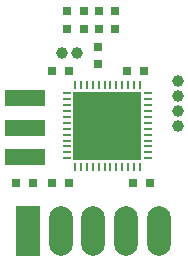
<source format=gtp>
G04 Layer_Color=8421504*
%FSLAX25Y25*%
%MOIN*%
G70*
G01*
G75*
%ADD10O,0.07874X0.16535*%
%ADD11R,0.07874X0.16535*%
%ADD12C,0.03937*%
%ADD13R,0.13386X0.05512*%
%ADD14R,0.02756X0.03150*%
%ADD15R,0.03150X0.02756*%
%ADD16R,0.22835X0.22835*%
%ADD17O,0.00984X0.02756*%
%ADD18O,0.02756X0.00984*%
%ADD19R,0.02756X0.00984*%
D10*
X54535Y9138D02*
D03*
X21819D02*
D03*
X32724D02*
D03*
X43630D02*
D03*
D11*
X10913D02*
D03*
D12*
X27319Y68618D02*
D03*
X22319D02*
D03*
X60819Y44118D02*
D03*
Y49118D02*
D03*
Y59118D02*
D03*
Y54118D02*
D03*
D13*
X9819Y33776D02*
D03*
Y43618D02*
D03*
Y53461D02*
D03*
D14*
X24063Y82618D02*
D03*
X29575D02*
D03*
X24063Y76618D02*
D03*
X29575D02*
D03*
X7063Y25118D02*
D03*
X12575D02*
D03*
X40075Y82618D02*
D03*
X34563D02*
D03*
X40075Y76618D02*
D03*
X34563D02*
D03*
X49575Y62618D02*
D03*
X44063D02*
D03*
X51575Y25118D02*
D03*
X46063D02*
D03*
X19063D02*
D03*
X24575D02*
D03*
X19063Y62618D02*
D03*
X24575D02*
D03*
D15*
X34319Y70374D02*
D03*
Y64862D02*
D03*
D16*
X37461Y44201D02*
D03*
D17*
X26634Y57784D02*
D03*
X28602D02*
D03*
X30571D02*
D03*
X32539D02*
D03*
X34508D02*
D03*
X36476D02*
D03*
X38445D02*
D03*
X40413D02*
D03*
X42382D02*
D03*
X44350D02*
D03*
X46319D02*
D03*
X48287D02*
D03*
Y30618D02*
D03*
X46319D02*
D03*
X44350D02*
D03*
X42382D02*
D03*
X40413D02*
D03*
X38445D02*
D03*
X36476D02*
D03*
X34508D02*
D03*
X32539D02*
D03*
X30571D02*
D03*
X28602D02*
D03*
X26634D02*
D03*
D18*
X51043Y55028D02*
D03*
Y53059D02*
D03*
Y51091D02*
D03*
Y49122D02*
D03*
Y47153D02*
D03*
Y45185D02*
D03*
Y43216D02*
D03*
Y41248D02*
D03*
Y39279D02*
D03*
Y37311D02*
D03*
Y35342D02*
D03*
Y33374D02*
D03*
X23878D02*
D03*
Y35342D02*
D03*
Y37311D02*
D03*
Y39279D02*
D03*
Y41248D02*
D03*
Y43216D02*
D03*
Y45185D02*
D03*
Y47153D02*
D03*
Y49122D02*
D03*
Y51091D02*
D03*
Y53059D02*
D03*
D19*
Y55028D02*
D03*
M02*

</source>
